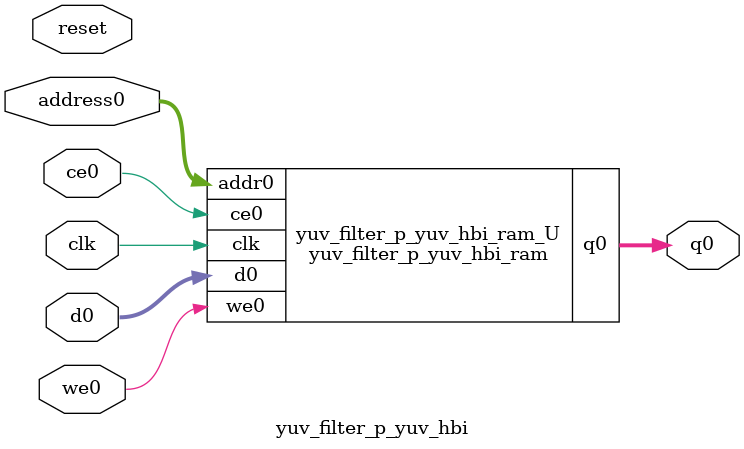
<source format=v>

`timescale 1 ns / 1 ps
module yuv_filter_p_yuv_hbi_ram (addr0, ce0, d0, we0, q0,  clk);

parameter DWIDTH = 8;
parameter AWIDTH = 22;
parameter MEM_SIZE = 2457600;

input[AWIDTH-1:0] addr0;
input ce0;
input[DWIDTH-1:0] d0;
input we0;
output wire[DWIDTH-1:0] q0;
input clk;

(* ram_style = "block" *)reg [DWIDTH-1:0] ram[0:MEM_SIZE-1];
wire [AWIDTH-1:0] addr0_t0; 
(* EQUIVALENT_REGISTER_REMOVAL="NO" *)reg [AWIDTH-1:0] addr0_t1; 
wire [DWIDTH-1:0] d0_t0; 
wire we0_t0; 
(* EQUIVALENT_REGISTER_REMOVAL="NO" *)reg [DWIDTH-1:0] d0_t1; 
(* EQUIVALENT_REGISTER_REMOVAL="NO" *)reg we0_t1; 
reg [DWIDTH-1:0] q0_t0;
reg [DWIDTH-1:0] q0_t1;


assign addr0_t0 = addr0;
assign d0_t0 = d0;
assign we0_t0 = we0;
assign q0 = q0_t1;

always @(posedge clk)  
begin
    if (ce0) 
    begin
        addr0_t1 <= addr0_t0; 
        d0_t1 <= d0_t0;
        we0_t1 <= we0_t0;
        q0_t1 <= q0_t0;
    end
end


always @(posedge clk)  
begin 
    if (ce0) 
    begin
        if (we0_t1) 
        begin 
            ram[addr0_t1] <= d0_t1; 
            q0_t0 <= d0_t1;
        end 
        else 
            q0_t0 <= ram[addr0_t1];
    end
end


endmodule


`timescale 1 ns / 1 ps
module yuv_filter_p_yuv_hbi(
    reset,
    clk,
    address0,
    ce0,
    we0,
    d0,
    q0);

parameter DataWidth = 32'd8;
parameter AddressRange = 32'd2457600;
parameter AddressWidth = 32'd22;
input reset;
input clk;
input[AddressWidth - 1:0] address0;
input ce0;
input we0;
input[DataWidth - 1:0] d0;
output[DataWidth - 1:0] q0;



yuv_filter_p_yuv_hbi_ram yuv_filter_p_yuv_hbi_ram_U(
    .clk( clk ),
    .addr0( address0 ),
    .ce0( ce0 ),
    .d0( d0 ),
    .we0( we0 ),
    .q0( q0 ));

endmodule


</source>
